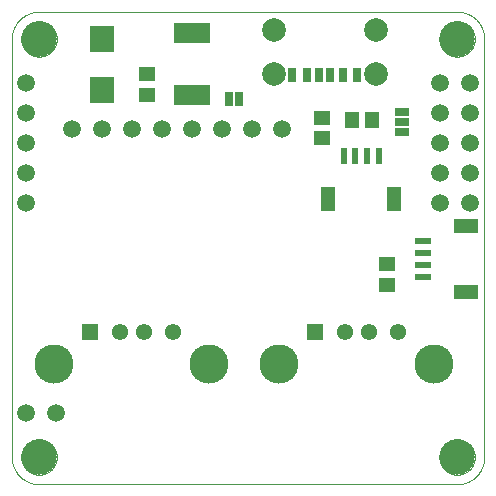
<source format=gts>
G04 EAGLE Gerber RS-274X export*
G75*
%MOMM*%
%FSLAX34Y34*%
%LPD*%
%INSolder Stop Mask top*%
%IPPOS*%
%AMOC8*
5,1,8,0,0,1.08239X$1,22.5*%
G01*
G04 Define Apertures*
%ADD10C,0.000000*%
%ADD11R,1.380000X1.380000*%
%ADD12C,1.380000*%
%ADD13C,3.316000*%
%ADD14C,1.500000*%
%ADD15C,3.000000*%
%ADD16R,0.700000X1.200000*%
%ADD17R,0.760000X1.200000*%
%ADD18R,0.800000X1.200000*%
%ADD19C,2.010000*%
%ADD20R,3.150000X1.780000*%
%ADD21R,2.123900X2.284100*%
%ADD22R,1.200000X2.000000*%
%ADD23R,0.600000X1.350000*%
%ADD24R,1.465300X1.164600*%
%ADD25R,2.000000X1.200000*%
%ADD26R,1.350000X0.600000*%
%ADD27R,0.635000X1.270000*%
%ADD28R,1.270000X0.635000*%
%ADD29R,1.164600X1.465300*%
D10*
X23000Y400000D02*
X22444Y399993D01*
X21889Y399973D01*
X21334Y399940D01*
X20780Y399893D01*
X20228Y399832D01*
X19677Y399759D01*
X19128Y399672D01*
X18581Y399572D01*
X18037Y399458D01*
X17496Y399332D01*
X16958Y399192D01*
X16423Y399040D01*
X15893Y398874D01*
X15366Y398696D01*
X14844Y398505D01*
X14327Y398302D01*
X13815Y398086D01*
X13308Y397858D01*
X12807Y397618D01*
X12311Y397365D01*
X11822Y397101D01*
X11340Y396825D01*
X10864Y396538D01*
X10396Y396239D01*
X9935Y395929D01*
X9481Y395607D01*
X9035Y395275D01*
X8598Y394933D01*
X8169Y394579D01*
X7748Y394216D01*
X7337Y393842D01*
X6934Y393459D01*
X6541Y393066D01*
X6158Y392663D01*
X5784Y392252D01*
X5421Y391831D01*
X5067Y391402D01*
X4725Y390965D01*
X4393Y390519D01*
X4071Y390065D01*
X3761Y389604D01*
X3462Y389136D01*
X3175Y388660D01*
X2899Y388178D01*
X2635Y387689D01*
X2382Y387193D01*
X2142Y386692D01*
X1914Y386185D01*
X1698Y385673D01*
X1495Y385156D01*
X1304Y384634D01*
X1126Y384107D01*
X960Y383577D01*
X808Y383042D01*
X668Y382504D01*
X542Y381963D01*
X428Y381419D01*
X328Y380872D01*
X241Y380323D01*
X168Y379772D01*
X107Y379220D01*
X60Y378666D01*
X27Y378111D01*
X7Y377556D01*
X0Y377000D01*
X23000Y400000D02*
X377000Y400000D01*
X377556Y399993D01*
X378111Y399973D01*
X378666Y399940D01*
X379220Y399893D01*
X379772Y399832D01*
X380323Y399759D01*
X380872Y399672D01*
X381419Y399572D01*
X381963Y399458D01*
X382504Y399332D01*
X383042Y399192D01*
X383577Y399040D01*
X384107Y398874D01*
X384634Y398696D01*
X385156Y398505D01*
X385673Y398302D01*
X386185Y398086D01*
X386692Y397858D01*
X387193Y397618D01*
X387689Y397365D01*
X388178Y397101D01*
X388660Y396825D01*
X389136Y396538D01*
X389604Y396239D01*
X390065Y395929D01*
X390519Y395607D01*
X390965Y395275D01*
X391402Y394933D01*
X391831Y394579D01*
X392252Y394216D01*
X392663Y393842D01*
X393066Y393459D01*
X393459Y393066D01*
X393842Y392663D01*
X394216Y392252D01*
X394579Y391831D01*
X394933Y391402D01*
X395275Y390965D01*
X395607Y390519D01*
X395929Y390065D01*
X396239Y389604D01*
X396538Y389136D01*
X396825Y388660D01*
X397101Y388178D01*
X397365Y387689D01*
X397618Y387193D01*
X397858Y386692D01*
X398086Y386185D01*
X398302Y385673D01*
X398505Y385156D01*
X398696Y384634D01*
X398874Y384107D01*
X399040Y383577D01*
X399192Y383042D01*
X399332Y382504D01*
X399458Y381963D01*
X399572Y381419D01*
X399672Y380872D01*
X399759Y380323D01*
X399832Y379772D01*
X399893Y379220D01*
X399940Y378666D01*
X399973Y378111D01*
X399993Y377556D01*
X400000Y377000D01*
X400000Y23000D01*
X399993Y22444D01*
X399973Y21889D01*
X399940Y21334D01*
X399893Y20780D01*
X399832Y20228D01*
X399759Y19677D01*
X399672Y19128D01*
X399572Y18581D01*
X399458Y18037D01*
X399332Y17496D01*
X399192Y16958D01*
X399040Y16423D01*
X398874Y15893D01*
X398696Y15366D01*
X398505Y14844D01*
X398302Y14327D01*
X398086Y13815D01*
X397858Y13308D01*
X397618Y12807D01*
X397365Y12311D01*
X397101Y11822D01*
X396825Y11340D01*
X396538Y10864D01*
X396239Y10396D01*
X395929Y9935D01*
X395607Y9481D01*
X395275Y9035D01*
X394933Y8598D01*
X394579Y8169D01*
X394216Y7748D01*
X393842Y7337D01*
X393459Y6934D01*
X393066Y6541D01*
X392663Y6158D01*
X392252Y5784D01*
X391831Y5421D01*
X391402Y5067D01*
X390965Y4725D01*
X390519Y4393D01*
X390065Y4071D01*
X389604Y3761D01*
X389136Y3462D01*
X388660Y3175D01*
X388178Y2899D01*
X387689Y2635D01*
X387193Y2382D01*
X386692Y2142D01*
X386185Y1914D01*
X385673Y1698D01*
X385156Y1495D01*
X384634Y1304D01*
X384107Y1126D01*
X383577Y960D01*
X383042Y808D01*
X382504Y668D01*
X381963Y542D01*
X381419Y428D01*
X380872Y328D01*
X380323Y241D01*
X379772Y168D01*
X379220Y107D01*
X378666Y60D01*
X378111Y27D01*
X377556Y7D01*
X377000Y0D01*
X23000Y0D01*
X22444Y7D01*
X21889Y27D01*
X21334Y60D01*
X20780Y107D01*
X20228Y168D01*
X19677Y241D01*
X19128Y328D01*
X18581Y428D01*
X18037Y542D01*
X17496Y668D01*
X16958Y808D01*
X16423Y960D01*
X15893Y1126D01*
X15366Y1304D01*
X14844Y1495D01*
X14327Y1698D01*
X13815Y1914D01*
X13308Y2142D01*
X12807Y2382D01*
X12311Y2635D01*
X11822Y2899D01*
X11340Y3175D01*
X10864Y3462D01*
X10396Y3761D01*
X9935Y4071D01*
X9481Y4393D01*
X9035Y4725D01*
X8598Y5067D01*
X8169Y5421D01*
X7748Y5784D01*
X7337Y6158D01*
X6934Y6541D01*
X6541Y6934D01*
X6158Y7337D01*
X5784Y7748D01*
X5421Y8169D01*
X5067Y8598D01*
X4725Y9035D01*
X4393Y9481D01*
X4071Y9935D01*
X3761Y10396D01*
X3462Y10864D01*
X3175Y11340D01*
X2899Y11822D01*
X2635Y12311D01*
X2382Y12807D01*
X2142Y13308D01*
X1914Y13815D01*
X1698Y14327D01*
X1495Y14844D01*
X1304Y15366D01*
X1126Y15893D01*
X960Y16423D01*
X808Y16958D01*
X668Y17496D01*
X542Y18037D01*
X428Y18581D01*
X328Y19128D01*
X241Y19677D01*
X168Y20228D01*
X107Y20780D01*
X60Y21334D01*
X27Y21889D01*
X7Y22444D01*
X0Y23000D01*
X0Y377000D01*
D11*
X257100Y128700D03*
D12*
X282100Y128700D03*
X302100Y128700D03*
X327100Y128700D03*
D13*
X226400Y101600D03*
X357800Y101600D03*
D11*
X66600Y128700D03*
D12*
X91600Y128700D03*
X111600Y128700D03*
X136600Y128700D03*
D13*
X35900Y101600D03*
X167300Y101600D03*
D14*
X12000Y339700D03*
X12000Y314300D03*
X12000Y288900D03*
X12000Y263500D03*
X12000Y238100D03*
X12000Y60300D03*
X37400Y60300D03*
X362300Y339700D03*
X387700Y339700D03*
X362300Y314300D03*
X387700Y314300D03*
X362300Y288900D03*
X387700Y288900D03*
X387700Y263500D03*
X362300Y238100D03*
X387700Y238100D03*
D10*
X8000Y23000D02*
X8005Y23368D01*
X8018Y23736D01*
X8041Y24103D01*
X8072Y24470D01*
X8113Y24836D01*
X8162Y25201D01*
X8221Y25564D01*
X8288Y25926D01*
X8364Y26287D01*
X8450Y26645D01*
X8543Y27001D01*
X8646Y27354D01*
X8757Y27705D01*
X8877Y28053D01*
X9005Y28398D01*
X9142Y28740D01*
X9287Y29079D01*
X9440Y29413D01*
X9602Y29744D01*
X9771Y30071D01*
X9949Y30393D01*
X10134Y30712D01*
X10327Y31025D01*
X10528Y31334D01*
X10736Y31637D01*
X10952Y31935D01*
X11175Y32228D01*
X11405Y32516D01*
X11642Y32798D01*
X11886Y33073D01*
X12136Y33343D01*
X12393Y33607D01*
X12657Y33864D01*
X12927Y34114D01*
X13202Y34358D01*
X13484Y34595D01*
X13772Y34825D01*
X14065Y35048D01*
X14363Y35264D01*
X14666Y35472D01*
X14975Y35673D01*
X15288Y35866D01*
X15607Y36051D01*
X15929Y36229D01*
X16256Y36398D01*
X16587Y36560D01*
X16921Y36713D01*
X17260Y36858D01*
X17602Y36995D01*
X17947Y37123D01*
X18295Y37243D01*
X18646Y37354D01*
X18999Y37457D01*
X19355Y37550D01*
X19713Y37636D01*
X20074Y37712D01*
X20436Y37779D01*
X20799Y37838D01*
X21164Y37887D01*
X21530Y37928D01*
X21897Y37959D01*
X22264Y37982D01*
X22632Y37995D01*
X23000Y38000D01*
X23368Y37995D01*
X23736Y37982D01*
X24103Y37959D01*
X24470Y37928D01*
X24836Y37887D01*
X25201Y37838D01*
X25564Y37779D01*
X25926Y37712D01*
X26287Y37636D01*
X26645Y37550D01*
X27001Y37457D01*
X27354Y37354D01*
X27705Y37243D01*
X28053Y37123D01*
X28398Y36995D01*
X28740Y36858D01*
X29079Y36713D01*
X29413Y36560D01*
X29744Y36398D01*
X30071Y36229D01*
X30393Y36051D01*
X30712Y35866D01*
X31025Y35673D01*
X31334Y35472D01*
X31637Y35264D01*
X31935Y35048D01*
X32228Y34825D01*
X32516Y34595D01*
X32798Y34358D01*
X33073Y34114D01*
X33343Y33864D01*
X33607Y33607D01*
X33864Y33343D01*
X34114Y33073D01*
X34358Y32798D01*
X34595Y32516D01*
X34825Y32228D01*
X35048Y31935D01*
X35264Y31637D01*
X35472Y31334D01*
X35673Y31025D01*
X35866Y30712D01*
X36051Y30393D01*
X36229Y30071D01*
X36398Y29744D01*
X36560Y29413D01*
X36713Y29079D01*
X36858Y28740D01*
X36995Y28398D01*
X37123Y28053D01*
X37243Y27705D01*
X37354Y27354D01*
X37457Y27001D01*
X37550Y26645D01*
X37636Y26287D01*
X37712Y25926D01*
X37779Y25564D01*
X37838Y25201D01*
X37887Y24836D01*
X37928Y24470D01*
X37959Y24103D01*
X37982Y23736D01*
X37995Y23368D01*
X38000Y23000D01*
X37995Y22632D01*
X37982Y22264D01*
X37959Y21897D01*
X37928Y21530D01*
X37887Y21164D01*
X37838Y20799D01*
X37779Y20436D01*
X37712Y20074D01*
X37636Y19713D01*
X37550Y19355D01*
X37457Y18999D01*
X37354Y18646D01*
X37243Y18295D01*
X37123Y17947D01*
X36995Y17602D01*
X36858Y17260D01*
X36713Y16921D01*
X36560Y16587D01*
X36398Y16256D01*
X36229Y15929D01*
X36051Y15607D01*
X35866Y15288D01*
X35673Y14975D01*
X35472Y14666D01*
X35264Y14363D01*
X35048Y14065D01*
X34825Y13772D01*
X34595Y13484D01*
X34358Y13202D01*
X34114Y12927D01*
X33864Y12657D01*
X33607Y12393D01*
X33343Y12136D01*
X33073Y11886D01*
X32798Y11642D01*
X32516Y11405D01*
X32228Y11175D01*
X31935Y10952D01*
X31637Y10736D01*
X31334Y10528D01*
X31025Y10327D01*
X30712Y10134D01*
X30393Y9949D01*
X30071Y9771D01*
X29744Y9602D01*
X29413Y9440D01*
X29079Y9287D01*
X28740Y9142D01*
X28398Y9005D01*
X28053Y8877D01*
X27705Y8757D01*
X27354Y8646D01*
X27001Y8543D01*
X26645Y8450D01*
X26287Y8364D01*
X25926Y8288D01*
X25564Y8221D01*
X25201Y8162D01*
X24836Y8113D01*
X24470Y8072D01*
X24103Y8041D01*
X23736Y8018D01*
X23368Y8005D01*
X23000Y8000D01*
X22632Y8005D01*
X22264Y8018D01*
X21897Y8041D01*
X21530Y8072D01*
X21164Y8113D01*
X20799Y8162D01*
X20436Y8221D01*
X20074Y8288D01*
X19713Y8364D01*
X19355Y8450D01*
X18999Y8543D01*
X18646Y8646D01*
X18295Y8757D01*
X17947Y8877D01*
X17602Y9005D01*
X17260Y9142D01*
X16921Y9287D01*
X16587Y9440D01*
X16256Y9602D01*
X15929Y9771D01*
X15607Y9949D01*
X15288Y10134D01*
X14975Y10327D01*
X14666Y10528D01*
X14363Y10736D01*
X14065Y10952D01*
X13772Y11175D01*
X13484Y11405D01*
X13202Y11642D01*
X12927Y11886D01*
X12657Y12136D01*
X12393Y12393D01*
X12136Y12657D01*
X11886Y12927D01*
X11642Y13202D01*
X11405Y13484D01*
X11175Y13772D01*
X10952Y14065D01*
X10736Y14363D01*
X10528Y14666D01*
X10327Y14975D01*
X10134Y15288D01*
X9949Y15607D01*
X9771Y15929D01*
X9602Y16256D01*
X9440Y16587D01*
X9287Y16921D01*
X9142Y17260D01*
X9005Y17602D01*
X8877Y17947D01*
X8757Y18295D01*
X8646Y18646D01*
X8543Y18999D01*
X8450Y19355D01*
X8364Y19713D01*
X8288Y20074D01*
X8221Y20436D01*
X8162Y20799D01*
X8113Y21164D01*
X8072Y21530D01*
X8041Y21897D01*
X8018Y22264D01*
X8005Y22632D01*
X8000Y23000D01*
D15*
X23000Y23000D03*
D10*
X8000Y377000D02*
X8005Y377368D01*
X8018Y377736D01*
X8041Y378103D01*
X8072Y378470D01*
X8113Y378836D01*
X8162Y379201D01*
X8221Y379564D01*
X8288Y379926D01*
X8364Y380287D01*
X8450Y380645D01*
X8543Y381001D01*
X8646Y381354D01*
X8757Y381705D01*
X8877Y382053D01*
X9005Y382398D01*
X9142Y382740D01*
X9287Y383079D01*
X9440Y383413D01*
X9602Y383744D01*
X9771Y384071D01*
X9949Y384393D01*
X10134Y384712D01*
X10327Y385025D01*
X10528Y385334D01*
X10736Y385637D01*
X10952Y385935D01*
X11175Y386228D01*
X11405Y386516D01*
X11642Y386798D01*
X11886Y387073D01*
X12136Y387343D01*
X12393Y387607D01*
X12657Y387864D01*
X12927Y388114D01*
X13202Y388358D01*
X13484Y388595D01*
X13772Y388825D01*
X14065Y389048D01*
X14363Y389264D01*
X14666Y389472D01*
X14975Y389673D01*
X15288Y389866D01*
X15607Y390051D01*
X15929Y390229D01*
X16256Y390398D01*
X16587Y390560D01*
X16921Y390713D01*
X17260Y390858D01*
X17602Y390995D01*
X17947Y391123D01*
X18295Y391243D01*
X18646Y391354D01*
X18999Y391457D01*
X19355Y391550D01*
X19713Y391636D01*
X20074Y391712D01*
X20436Y391779D01*
X20799Y391838D01*
X21164Y391887D01*
X21530Y391928D01*
X21897Y391959D01*
X22264Y391982D01*
X22632Y391995D01*
X23000Y392000D01*
X23368Y391995D01*
X23736Y391982D01*
X24103Y391959D01*
X24470Y391928D01*
X24836Y391887D01*
X25201Y391838D01*
X25564Y391779D01*
X25926Y391712D01*
X26287Y391636D01*
X26645Y391550D01*
X27001Y391457D01*
X27354Y391354D01*
X27705Y391243D01*
X28053Y391123D01*
X28398Y390995D01*
X28740Y390858D01*
X29079Y390713D01*
X29413Y390560D01*
X29744Y390398D01*
X30071Y390229D01*
X30393Y390051D01*
X30712Y389866D01*
X31025Y389673D01*
X31334Y389472D01*
X31637Y389264D01*
X31935Y389048D01*
X32228Y388825D01*
X32516Y388595D01*
X32798Y388358D01*
X33073Y388114D01*
X33343Y387864D01*
X33607Y387607D01*
X33864Y387343D01*
X34114Y387073D01*
X34358Y386798D01*
X34595Y386516D01*
X34825Y386228D01*
X35048Y385935D01*
X35264Y385637D01*
X35472Y385334D01*
X35673Y385025D01*
X35866Y384712D01*
X36051Y384393D01*
X36229Y384071D01*
X36398Y383744D01*
X36560Y383413D01*
X36713Y383079D01*
X36858Y382740D01*
X36995Y382398D01*
X37123Y382053D01*
X37243Y381705D01*
X37354Y381354D01*
X37457Y381001D01*
X37550Y380645D01*
X37636Y380287D01*
X37712Y379926D01*
X37779Y379564D01*
X37838Y379201D01*
X37887Y378836D01*
X37928Y378470D01*
X37959Y378103D01*
X37982Y377736D01*
X37995Y377368D01*
X38000Y377000D01*
X37995Y376632D01*
X37982Y376264D01*
X37959Y375897D01*
X37928Y375530D01*
X37887Y375164D01*
X37838Y374799D01*
X37779Y374436D01*
X37712Y374074D01*
X37636Y373713D01*
X37550Y373355D01*
X37457Y372999D01*
X37354Y372646D01*
X37243Y372295D01*
X37123Y371947D01*
X36995Y371602D01*
X36858Y371260D01*
X36713Y370921D01*
X36560Y370587D01*
X36398Y370256D01*
X36229Y369929D01*
X36051Y369607D01*
X35866Y369288D01*
X35673Y368975D01*
X35472Y368666D01*
X35264Y368363D01*
X35048Y368065D01*
X34825Y367772D01*
X34595Y367484D01*
X34358Y367202D01*
X34114Y366927D01*
X33864Y366657D01*
X33607Y366393D01*
X33343Y366136D01*
X33073Y365886D01*
X32798Y365642D01*
X32516Y365405D01*
X32228Y365175D01*
X31935Y364952D01*
X31637Y364736D01*
X31334Y364528D01*
X31025Y364327D01*
X30712Y364134D01*
X30393Y363949D01*
X30071Y363771D01*
X29744Y363602D01*
X29413Y363440D01*
X29079Y363287D01*
X28740Y363142D01*
X28398Y363005D01*
X28053Y362877D01*
X27705Y362757D01*
X27354Y362646D01*
X27001Y362543D01*
X26645Y362450D01*
X26287Y362364D01*
X25926Y362288D01*
X25564Y362221D01*
X25201Y362162D01*
X24836Y362113D01*
X24470Y362072D01*
X24103Y362041D01*
X23736Y362018D01*
X23368Y362005D01*
X23000Y362000D01*
X22632Y362005D01*
X22264Y362018D01*
X21897Y362041D01*
X21530Y362072D01*
X21164Y362113D01*
X20799Y362162D01*
X20436Y362221D01*
X20074Y362288D01*
X19713Y362364D01*
X19355Y362450D01*
X18999Y362543D01*
X18646Y362646D01*
X18295Y362757D01*
X17947Y362877D01*
X17602Y363005D01*
X17260Y363142D01*
X16921Y363287D01*
X16587Y363440D01*
X16256Y363602D01*
X15929Y363771D01*
X15607Y363949D01*
X15288Y364134D01*
X14975Y364327D01*
X14666Y364528D01*
X14363Y364736D01*
X14065Y364952D01*
X13772Y365175D01*
X13484Y365405D01*
X13202Y365642D01*
X12927Y365886D01*
X12657Y366136D01*
X12393Y366393D01*
X12136Y366657D01*
X11886Y366927D01*
X11642Y367202D01*
X11405Y367484D01*
X11175Y367772D01*
X10952Y368065D01*
X10736Y368363D01*
X10528Y368666D01*
X10327Y368975D01*
X10134Y369288D01*
X9949Y369607D01*
X9771Y369929D01*
X9602Y370256D01*
X9440Y370587D01*
X9287Y370921D01*
X9142Y371260D01*
X9005Y371602D01*
X8877Y371947D01*
X8757Y372295D01*
X8646Y372646D01*
X8543Y372999D01*
X8450Y373355D01*
X8364Y373713D01*
X8288Y374074D01*
X8221Y374436D01*
X8162Y374799D01*
X8113Y375164D01*
X8072Y375530D01*
X8041Y375897D01*
X8018Y376264D01*
X8005Y376632D01*
X8000Y377000D01*
D15*
X23000Y377000D03*
D10*
X362000Y23000D02*
X362005Y23368D01*
X362018Y23736D01*
X362041Y24103D01*
X362072Y24470D01*
X362113Y24836D01*
X362162Y25201D01*
X362221Y25564D01*
X362288Y25926D01*
X362364Y26287D01*
X362450Y26645D01*
X362543Y27001D01*
X362646Y27354D01*
X362757Y27705D01*
X362877Y28053D01*
X363005Y28398D01*
X363142Y28740D01*
X363287Y29079D01*
X363440Y29413D01*
X363602Y29744D01*
X363771Y30071D01*
X363949Y30393D01*
X364134Y30712D01*
X364327Y31025D01*
X364528Y31334D01*
X364736Y31637D01*
X364952Y31935D01*
X365175Y32228D01*
X365405Y32516D01*
X365642Y32798D01*
X365886Y33073D01*
X366136Y33343D01*
X366393Y33607D01*
X366657Y33864D01*
X366927Y34114D01*
X367202Y34358D01*
X367484Y34595D01*
X367772Y34825D01*
X368065Y35048D01*
X368363Y35264D01*
X368666Y35472D01*
X368975Y35673D01*
X369288Y35866D01*
X369607Y36051D01*
X369929Y36229D01*
X370256Y36398D01*
X370587Y36560D01*
X370921Y36713D01*
X371260Y36858D01*
X371602Y36995D01*
X371947Y37123D01*
X372295Y37243D01*
X372646Y37354D01*
X372999Y37457D01*
X373355Y37550D01*
X373713Y37636D01*
X374074Y37712D01*
X374436Y37779D01*
X374799Y37838D01*
X375164Y37887D01*
X375530Y37928D01*
X375897Y37959D01*
X376264Y37982D01*
X376632Y37995D01*
X377000Y38000D01*
X377368Y37995D01*
X377736Y37982D01*
X378103Y37959D01*
X378470Y37928D01*
X378836Y37887D01*
X379201Y37838D01*
X379564Y37779D01*
X379926Y37712D01*
X380287Y37636D01*
X380645Y37550D01*
X381001Y37457D01*
X381354Y37354D01*
X381705Y37243D01*
X382053Y37123D01*
X382398Y36995D01*
X382740Y36858D01*
X383079Y36713D01*
X383413Y36560D01*
X383744Y36398D01*
X384071Y36229D01*
X384393Y36051D01*
X384712Y35866D01*
X385025Y35673D01*
X385334Y35472D01*
X385637Y35264D01*
X385935Y35048D01*
X386228Y34825D01*
X386516Y34595D01*
X386798Y34358D01*
X387073Y34114D01*
X387343Y33864D01*
X387607Y33607D01*
X387864Y33343D01*
X388114Y33073D01*
X388358Y32798D01*
X388595Y32516D01*
X388825Y32228D01*
X389048Y31935D01*
X389264Y31637D01*
X389472Y31334D01*
X389673Y31025D01*
X389866Y30712D01*
X390051Y30393D01*
X390229Y30071D01*
X390398Y29744D01*
X390560Y29413D01*
X390713Y29079D01*
X390858Y28740D01*
X390995Y28398D01*
X391123Y28053D01*
X391243Y27705D01*
X391354Y27354D01*
X391457Y27001D01*
X391550Y26645D01*
X391636Y26287D01*
X391712Y25926D01*
X391779Y25564D01*
X391838Y25201D01*
X391887Y24836D01*
X391928Y24470D01*
X391959Y24103D01*
X391982Y23736D01*
X391995Y23368D01*
X392000Y23000D01*
X391995Y22632D01*
X391982Y22264D01*
X391959Y21897D01*
X391928Y21530D01*
X391887Y21164D01*
X391838Y20799D01*
X391779Y20436D01*
X391712Y20074D01*
X391636Y19713D01*
X391550Y19355D01*
X391457Y18999D01*
X391354Y18646D01*
X391243Y18295D01*
X391123Y17947D01*
X390995Y17602D01*
X390858Y17260D01*
X390713Y16921D01*
X390560Y16587D01*
X390398Y16256D01*
X390229Y15929D01*
X390051Y15607D01*
X389866Y15288D01*
X389673Y14975D01*
X389472Y14666D01*
X389264Y14363D01*
X389048Y14065D01*
X388825Y13772D01*
X388595Y13484D01*
X388358Y13202D01*
X388114Y12927D01*
X387864Y12657D01*
X387607Y12393D01*
X387343Y12136D01*
X387073Y11886D01*
X386798Y11642D01*
X386516Y11405D01*
X386228Y11175D01*
X385935Y10952D01*
X385637Y10736D01*
X385334Y10528D01*
X385025Y10327D01*
X384712Y10134D01*
X384393Y9949D01*
X384071Y9771D01*
X383744Y9602D01*
X383413Y9440D01*
X383079Y9287D01*
X382740Y9142D01*
X382398Y9005D01*
X382053Y8877D01*
X381705Y8757D01*
X381354Y8646D01*
X381001Y8543D01*
X380645Y8450D01*
X380287Y8364D01*
X379926Y8288D01*
X379564Y8221D01*
X379201Y8162D01*
X378836Y8113D01*
X378470Y8072D01*
X378103Y8041D01*
X377736Y8018D01*
X377368Y8005D01*
X377000Y8000D01*
X376632Y8005D01*
X376264Y8018D01*
X375897Y8041D01*
X375530Y8072D01*
X375164Y8113D01*
X374799Y8162D01*
X374436Y8221D01*
X374074Y8288D01*
X373713Y8364D01*
X373355Y8450D01*
X372999Y8543D01*
X372646Y8646D01*
X372295Y8757D01*
X371947Y8877D01*
X371602Y9005D01*
X371260Y9142D01*
X370921Y9287D01*
X370587Y9440D01*
X370256Y9602D01*
X369929Y9771D01*
X369607Y9949D01*
X369288Y10134D01*
X368975Y10327D01*
X368666Y10528D01*
X368363Y10736D01*
X368065Y10952D01*
X367772Y11175D01*
X367484Y11405D01*
X367202Y11642D01*
X366927Y11886D01*
X366657Y12136D01*
X366393Y12393D01*
X366136Y12657D01*
X365886Y12927D01*
X365642Y13202D01*
X365405Y13484D01*
X365175Y13772D01*
X364952Y14065D01*
X364736Y14363D01*
X364528Y14666D01*
X364327Y14975D01*
X364134Y15288D01*
X363949Y15607D01*
X363771Y15929D01*
X363602Y16256D01*
X363440Y16587D01*
X363287Y16921D01*
X363142Y17260D01*
X363005Y17602D01*
X362877Y17947D01*
X362757Y18295D01*
X362646Y18646D01*
X362543Y18999D01*
X362450Y19355D01*
X362364Y19713D01*
X362288Y20074D01*
X362221Y20436D01*
X362162Y20799D01*
X362113Y21164D01*
X362072Y21530D01*
X362041Y21897D01*
X362018Y22264D01*
X362005Y22632D01*
X362000Y23000D01*
D15*
X377000Y23000D03*
D10*
X362000Y377000D02*
X362005Y377368D01*
X362018Y377736D01*
X362041Y378103D01*
X362072Y378470D01*
X362113Y378836D01*
X362162Y379201D01*
X362221Y379564D01*
X362288Y379926D01*
X362364Y380287D01*
X362450Y380645D01*
X362543Y381001D01*
X362646Y381354D01*
X362757Y381705D01*
X362877Y382053D01*
X363005Y382398D01*
X363142Y382740D01*
X363287Y383079D01*
X363440Y383413D01*
X363602Y383744D01*
X363771Y384071D01*
X363949Y384393D01*
X364134Y384712D01*
X364327Y385025D01*
X364528Y385334D01*
X364736Y385637D01*
X364952Y385935D01*
X365175Y386228D01*
X365405Y386516D01*
X365642Y386798D01*
X365886Y387073D01*
X366136Y387343D01*
X366393Y387607D01*
X366657Y387864D01*
X366927Y388114D01*
X367202Y388358D01*
X367484Y388595D01*
X367772Y388825D01*
X368065Y389048D01*
X368363Y389264D01*
X368666Y389472D01*
X368975Y389673D01*
X369288Y389866D01*
X369607Y390051D01*
X369929Y390229D01*
X370256Y390398D01*
X370587Y390560D01*
X370921Y390713D01*
X371260Y390858D01*
X371602Y390995D01*
X371947Y391123D01*
X372295Y391243D01*
X372646Y391354D01*
X372999Y391457D01*
X373355Y391550D01*
X373713Y391636D01*
X374074Y391712D01*
X374436Y391779D01*
X374799Y391838D01*
X375164Y391887D01*
X375530Y391928D01*
X375897Y391959D01*
X376264Y391982D01*
X376632Y391995D01*
X377000Y392000D01*
X377368Y391995D01*
X377736Y391982D01*
X378103Y391959D01*
X378470Y391928D01*
X378836Y391887D01*
X379201Y391838D01*
X379564Y391779D01*
X379926Y391712D01*
X380287Y391636D01*
X380645Y391550D01*
X381001Y391457D01*
X381354Y391354D01*
X381705Y391243D01*
X382053Y391123D01*
X382398Y390995D01*
X382740Y390858D01*
X383079Y390713D01*
X383413Y390560D01*
X383744Y390398D01*
X384071Y390229D01*
X384393Y390051D01*
X384712Y389866D01*
X385025Y389673D01*
X385334Y389472D01*
X385637Y389264D01*
X385935Y389048D01*
X386228Y388825D01*
X386516Y388595D01*
X386798Y388358D01*
X387073Y388114D01*
X387343Y387864D01*
X387607Y387607D01*
X387864Y387343D01*
X388114Y387073D01*
X388358Y386798D01*
X388595Y386516D01*
X388825Y386228D01*
X389048Y385935D01*
X389264Y385637D01*
X389472Y385334D01*
X389673Y385025D01*
X389866Y384712D01*
X390051Y384393D01*
X390229Y384071D01*
X390398Y383744D01*
X390560Y383413D01*
X390713Y383079D01*
X390858Y382740D01*
X390995Y382398D01*
X391123Y382053D01*
X391243Y381705D01*
X391354Y381354D01*
X391457Y381001D01*
X391550Y380645D01*
X391636Y380287D01*
X391712Y379926D01*
X391779Y379564D01*
X391838Y379201D01*
X391887Y378836D01*
X391928Y378470D01*
X391959Y378103D01*
X391982Y377736D01*
X391995Y377368D01*
X392000Y377000D01*
X391995Y376632D01*
X391982Y376264D01*
X391959Y375897D01*
X391928Y375530D01*
X391887Y375164D01*
X391838Y374799D01*
X391779Y374436D01*
X391712Y374074D01*
X391636Y373713D01*
X391550Y373355D01*
X391457Y372999D01*
X391354Y372646D01*
X391243Y372295D01*
X391123Y371947D01*
X390995Y371602D01*
X390858Y371260D01*
X390713Y370921D01*
X390560Y370587D01*
X390398Y370256D01*
X390229Y369929D01*
X390051Y369607D01*
X389866Y369288D01*
X389673Y368975D01*
X389472Y368666D01*
X389264Y368363D01*
X389048Y368065D01*
X388825Y367772D01*
X388595Y367484D01*
X388358Y367202D01*
X388114Y366927D01*
X387864Y366657D01*
X387607Y366393D01*
X387343Y366136D01*
X387073Y365886D01*
X386798Y365642D01*
X386516Y365405D01*
X386228Y365175D01*
X385935Y364952D01*
X385637Y364736D01*
X385334Y364528D01*
X385025Y364327D01*
X384712Y364134D01*
X384393Y363949D01*
X384071Y363771D01*
X383744Y363602D01*
X383413Y363440D01*
X383079Y363287D01*
X382740Y363142D01*
X382398Y363005D01*
X382053Y362877D01*
X381705Y362757D01*
X381354Y362646D01*
X381001Y362543D01*
X380645Y362450D01*
X380287Y362364D01*
X379926Y362288D01*
X379564Y362221D01*
X379201Y362162D01*
X378836Y362113D01*
X378470Y362072D01*
X378103Y362041D01*
X377736Y362018D01*
X377368Y362005D01*
X377000Y362000D01*
X376632Y362005D01*
X376264Y362018D01*
X375897Y362041D01*
X375530Y362072D01*
X375164Y362113D01*
X374799Y362162D01*
X374436Y362221D01*
X374074Y362288D01*
X373713Y362364D01*
X373355Y362450D01*
X372999Y362543D01*
X372646Y362646D01*
X372295Y362757D01*
X371947Y362877D01*
X371602Y363005D01*
X371260Y363142D01*
X370921Y363287D01*
X370587Y363440D01*
X370256Y363602D01*
X369929Y363771D01*
X369607Y363949D01*
X369288Y364134D01*
X368975Y364327D01*
X368666Y364528D01*
X368363Y364736D01*
X368065Y364952D01*
X367772Y365175D01*
X367484Y365405D01*
X367202Y365642D01*
X366927Y365886D01*
X366657Y366136D01*
X366393Y366393D01*
X366136Y366657D01*
X365886Y366927D01*
X365642Y367202D01*
X365405Y367484D01*
X365175Y367772D01*
X364952Y368065D01*
X364736Y368363D01*
X364528Y368666D01*
X364327Y368975D01*
X364134Y369288D01*
X363949Y369607D01*
X363771Y369929D01*
X363602Y370256D01*
X363440Y370587D01*
X363287Y370921D01*
X363142Y371260D01*
X363005Y371602D01*
X362877Y371947D01*
X362757Y372295D01*
X362646Y372646D01*
X362543Y372999D01*
X362450Y373355D01*
X362364Y373713D01*
X362288Y374074D01*
X362221Y374436D01*
X362162Y374799D01*
X362113Y375164D01*
X362072Y375530D01*
X362041Y375897D01*
X362018Y376264D01*
X362005Y376632D01*
X362000Y377000D01*
D15*
X377000Y377000D03*
D14*
X362300Y263500D03*
X50800Y300355D03*
X76200Y300355D03*
X101600Y300355D03*
X127000Y300355D03*
X152400Y300355D03*
X177800Y300355D03*
X203200Y300355D03*
X228600Y300355D03*
D16*
X269795Y346070D03*
D17*
X249595Y346070D03*
D18*
X237295Y346070D03*
D16*
X259795Y346070D03*
D17*
X279995Y346070D03*
D18*
X292295Y346070D03*
D19*
X307995Y384870D03*
X221595Y384870D03*
X307995Y346870D03*
X221595Y346870D03*
D20*
X152400Y329450D03*
X152400Y381750D03*
D21*
X76200Y333959D03*
X76200Y377241D03*
D22*
X267910Y241380D03*
X323910Y241380D03*
D23*
X280910Y278130D03*
X290910Y278130D03*
X300910Y278130D03*
X310910Y278130D03*
D24*
X262890Y310379D03*
X262890Y292871D03*
D25*
X384920Y162500D03*
X384920Y218500D03*
D26*
X348170Y175500D03*
X348170Y185500D03*
X348170Y195500D03*
X348170Y205500D03*
D24*
X317500Y169046D03*
X317500Y186554D03*
D27*
X183896Y325755D03*
X192024Y325755D03*
D28*
X330200Y314833D03*
X330200Y306705D03*
X330200Y298577D03*
D29*
X305299Y308610D03*
X287791Y308610D03*
D24*
X114300Y329623D03*
X114300Y347131D03*
M02*

</source>
